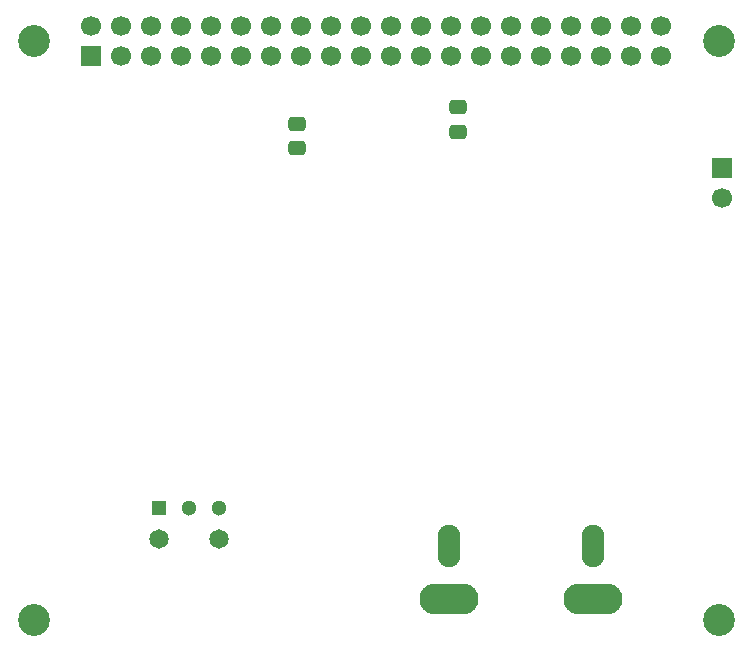
<source format=gbr>
G04 #@! TF.GenerationSoftware,KiCad,Pcbnew,9.0.6*
G04 #@! TF.CreationDate,2026-01-29T07:39:31-08:00*
G04 #@! TF.ProjectId,mutebox_hat_audio_in,6d757465-626f-4785-9f68-61745f617564,rev?*
G04 #@! TF.SameCoordinates,Original*
G04 #@! TF.FileFunction,Soldermask,Bot*
G04 #@! TF.FilePolarity,Negative*
%FSLAX46Y46*%
G04 Gerber Fmt 4.6, Leading zero omitted, Abs format (unit mm)*
G04 Created by KiCad (PCBNEW 9.0.6) date 2026-01-29 07:39:31*
%MOMM*%
%LPD*%
G01*
G04 APERTURE LIST*
G04 Aperture macros list*
%AMRoundRect*
0 Rectangle with rounded corners*
0 $1 Rounding radius*
0 $2 $3 $4 $5 $6 $7 $8 $9 X,Y pos of 4 corners*
0 Add a 4 corners polygon primitive as box body*
4,1,4,$2,$3,$4,$5,$6,$7,$8,$9,$2,$3,0*
0 Add four circle primitives for the rounded corners*
1,1,$1+$1,$2,$3*
1,1,$1+$1,$4,$5*
1,1,$1+$1,$6,$7*
1,1,$1+$1,$8,$9*
0 Add four rect primitives between the rounded corners*
20,1,$1+$1,$2,$3,$4,$5,0*
20,1,$1+$1,$4,$5,$6,$7,0*
20,1,$1+$1,$6,$7,$8,$9,0*
20,1,$1+$1,$8,$9,$2,$3,0*%
G04 Aperture macros list end*
%ADD10RoundRect,0.250000X-0.475000X0.337500X-0.475000X-0.337500X0.475000X-0.337500X0.475000X0.337500X0*%
%ADD11C,2.700000*%
%ADD12O,5.004000X2.604000*%
%ADD13O,1.904000X3.604000*%
%ADD14R,1.700000X1.700000*%
%ADD15C,1.700000*%
%ADD16R,1.300000X1.300000*%
%ADD17C,1.300000*%
%ADD18C,1.650000*%
G04 APERTURE END LIST*
D10*
X125818750Y-56600000D03*
X125818750Y-54525000D03*
X139400000Y-53125000D03*
X139400000Y-55200000D03*
D11*
X161500000Y-47500000D03*
D12*
X150800000Y-94800000D03*
D13*
X150800000Y-90300000D03*
D12*
X138662000Y-94800000D03*
D13*
X138662000Y-90300000D03*
D14*
X161800000Y-58260000D03*
D15*
X161800000Y-60800000D03*
D11*
X103500000Y-96500000D03*
X103500000Y-47500000D03*
X161500000Y-96500000D03*
D16*
X114060000Y-87040000D03*
D17*
X116600000Y-87040000D03*
X119140000Y-87040000D03*
D18*
X114060000Y-89660000D03*
X119140000Y-89660000D03*
D14*
X108370000Y-48770000D03*
D15*
X108370000Y-46230000D03*
X110910000Y-48770000D03*
X110910000Y-46230000D03*
X113450000Y-48770000D03*
X113450000Y-46230000D03*
X115990000Y-48770000D03*
X115990000Y-46230000D03*
X118530000Y-48770000D03*
X118530000Y-46230000D03*
X121070000Y-48770000D03*
X121070000Y-46230000D03*
X123610000Y-48770000D03*
X123610000Y-46230000D03*
X126150000Y-48770000D03*
X126150000Y-46230000D03*
X128690000Y-48770000D03*
X128690000Y-46230000D03*
X131230000Y-48770000D03*
X131230000Y-46230000D03*
X133770000Y-48770000D03*
X133770000Y-46230000D03*
X136310000Y-48770000D03*
X136310000Y-46230000D03*
X138850000Y-48770000D03*
X138850000Y-46230000D03*
X141390000Y-48770000D03*
X141390000Y-46230000D03*
X143930000Y-48770000D03*
X143930000Y-46230000D03*
X146470000Y-48770000D03*
X146470000Y-46230000D03*
X149010000Y-48770000D03*
X149010000Y-46230000D03*
X151550000Y-48770000D03*
X151550000Y-46230000D03*
X154090000Y-48770000D03*
X154090000Y-46230000D03*
X156630000Y-48770000D03*
X156630000Y-46230000D03*
M02*

</source>
